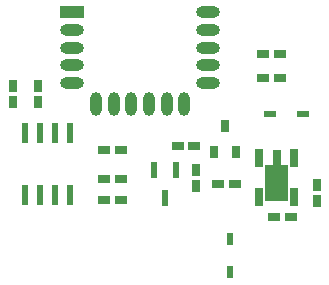
<source format=gtp>
%FSLAX25Y25*%
%MOIN*%
G70*
G01*
G75*
G04 Layer_Color=8421504*
%ADD10R,0.04134X0.02362*%
%ADD11R,0.03937X0.03150*%
%ADD12R,0.00394X0.00394*%
%ADD13O,0.07874X0.03937*%
%ADD14C,0.06000*%
%ADD15R,0.02677X0.05906*%
G04:AMPARAMS|DCode=16|XSize=65.35mil|YSize=23.23mil|CornerRadius=2.9mil|HoleSize=0mil|Usage=FLASHONLY|Rotation=270.000|XOffset=0mil|YOffset=0mil|HoleType=Round|Shape=RoundedRectangle|*
%AMROUNDEDRECTD16*
21,1,0.06535,0.01742,0,0,270.0*
21,1,0.05955,0.02323,0,0,270.0*
1,1,0.00581,-0.00871,-0.02977*
1,1,0.00581,-0.00871,0.02977*
1,1,0.00581,0.00871,0.02977*
1,1,0.00581,0.00871,-0.02977*
%
%ADD16ROUNDEDRECTD16*%
%ADD17R,0.03150X0.03937*%
%ADD18O,0.03937X0.07874*%
%ADD19R,0.07874X0.03937*%
G04:AMPARAMS|DCode=20|XSize=42.91mil|YSize=24.02mil|CornerRadius=3mil|HoleSize=0mil|Usage=FLASHONLY|Rotation=90.000|XOffset=0mil|YOffset=0mil|HoleType=Round|Shape=RoundedRectangle|*
%AMROUNDEDRECTD20*
21,1,0.04291,0.01801,0,0,90.0*
21,1,0.03691,0.02402,0,0,90.0*
1,1,0.00600,0.00901,0.01846*
1,1,0.00600,0.00901,-0.01846*
1,1,0.00600,-0.00901,-0.01846*
1,1,0.00600,-0.00901,0.01846*
%
%ADD20ROUNDEDRECTD20*%
%ADD21R,0.02362X0.04134*%
%ADD22R,0.02362X0.05709*%
%ADD23C,0.01000*%
%ADD24C,0.01181*%
%ADD25R,0.02000X0.02850*%
%ADD26R,0.01575X0.03347*%
%ADD27R,0.03937X0.10925*%
%ADD28R,0.08858X0.22736*%
%ADD29R,0.05610X0.12492*%
%ADD30R,0.02661X0.06709*%
%ADD31R,0.04035X0.08366*%
%ADD32R,0.04921X0.05512*%
%ADD33R,0.07480X0.04331*%
%ADD34R,0.04169X0.07087*%
%ADD35R,0.07501X0.26028*%
%ADD36C,0.03937*%
%ADD37R,0.03937X0.03937*%
%ADD38C,0.05906*%
%ADD39R,0.05906X0.05906*%
%ADD40C,0.01969*%
%ADD41R,0.03625X0.05150*%
%ADD42R,0.06594X0.06693*%
%ADD43C,0.00787*%
%ADD44C,0.00984*%
%ADD45C,0.00500*%
%ADD46C,0.00800*%
G36*
X105394Y43559D02*
X107854D01*
Y31551D01*
X100256D01*
Y43559D01*
X102717D01*
Y48283D01*
X105394D01*
Y43559D01*
D02*
G37*
G54D10*
X101965Y60579D02*
D03*
X112988D02*
D03*
G54D11*
X84555Y37020D02*
D03*
X90055D02*
D03*
X76555Y49925D02*
D03*
X71055D02*
D03*
X99555Y80425D02*
D03*
X105055D02*
D03*
Y72425D02*
D03*
X99555D02*
D03*
X46555Y38925D02*
D03*
X52055D02*
D03*
X46555Y31925D02*
D03*
X52055D02*
D03*
X46555Y48425D02*
D03*
X52055D02*
D03*
X103260Y25984D02*
D03*
X108760D02*
D03*
G54D13*
X81193Y70740D02*
D03*
Y76646D02*
D03*
Y82551D02*
D03*
Y88457D02*
D03*
Y94362D02*
D03*
X35917Y70740D02*
D03*
Y76646D02*
D03*
Y82551D02*
D03*
Y88457D02*
D03*
G54D14*
X104055Y38244D02*
D03*
G54D15*
X109961Y45921D02*
D03*
X98150D02*
D03*
Y32929D02*
D03*
X109961D02*
D03*
G54D16*
X35055Y54260D02*
D03*
X30055D02*
D03*
X25055D02*
D03*
X20055D02*
D03*
Y33591D02*
D03*
X25055D02*
D03*
X30055D02*
D03*
X35055D02*
D03*
G54D17*
X24555Y69925D02*
D03*
Y64425D02*
D03*
X117555Y36925D02*
D03*
Y31425D02*
D03*
X16055Y69925D02*
D03*
Y64425D02*
D03*
X77055Y41925D02*
D03*
Y36425D02*
D03*
G54D18*
X73319Y63850D02*
D03*
X67413D02*
D03*
X61508D02*
D03*
X55602D02*
D03*
X49697D02*
D03*
X43791D02*
D03*
G54D19*
X35917Y94362D02*
D03*
G54D20*
X86799Y56315D02*
D03*
X90402Y47890D02*
D03*
X83197D02*
D03*
G54D21*
X88437Y7772D02*
D03*
Y18795D02*
D03*
G54D22*
X66823Y32457D02*
D03*
X63083Y41709D02*
D03*
X70563D02*
D03*
M02*

</source>
